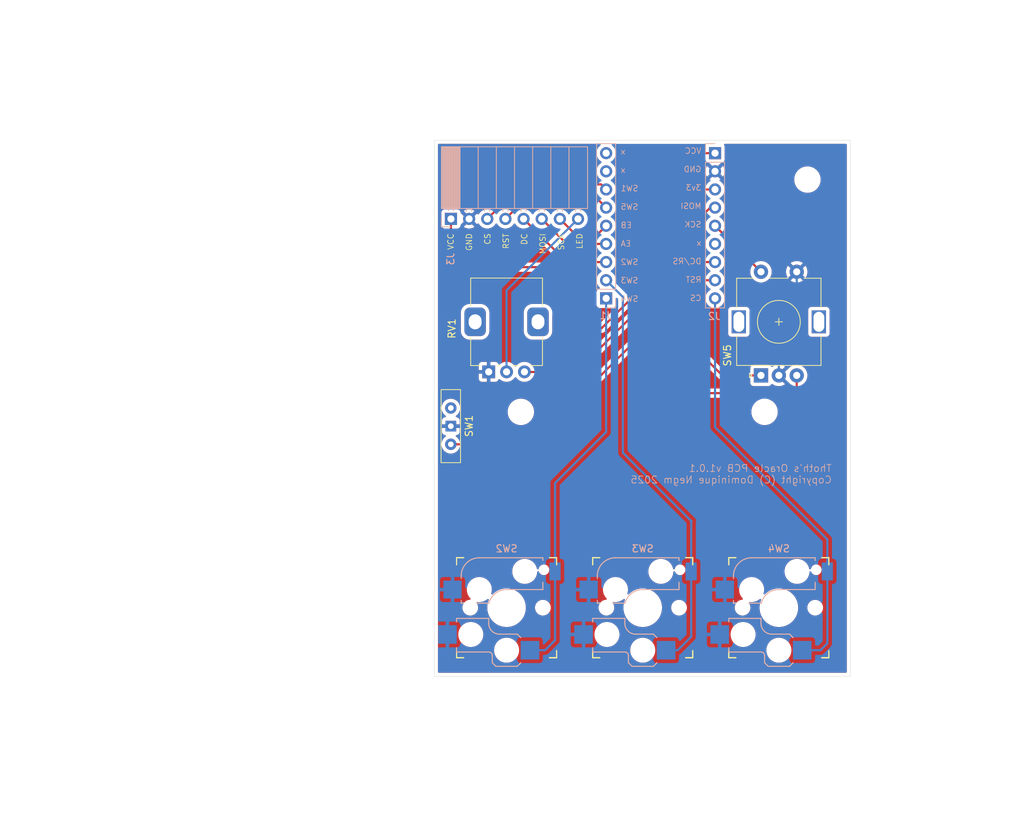
<source format=kicad_pcb>
(kicad_pcb (version 20241229) (generator "pcbnew") (generator_version "9.0")
  (layers (0 "F.Cu" signal) (2 "B.Cu" signal) (13 "F.Paste" user) (15 "B.Paste" user) (5 "F.SilkS" user "F.Silkscreen") (7 "B.SilkS" user "B.Silkscreen") (1 "F.Mask" user) (3 "B.Mask" user) (25 "Edge.Cuts" user))
  (net 0 "")
  (net 1 "GND")
  (net 2 "+5V")
  (net 4 "P5")
  (net 5 "P2")
  (net 6 "RX")
  (net 7 "TX")
  (net 8 "3v3")
  (net 9 "P3")
  (net 10 "P4")
  (net 11 "P7")
  (net 12 "P1")
  (net 13 "P8")
  (net 14 "P13")
  (net 15 "P11")
  (net 16 "P12")
  (net 17 "P9")
  (net 18 "P10")
  (net 19 "P6")
  (net 20 "LED")
  (footprint "MountingHole:MountingHole_3.2mm_M3" (layer "F.Cu") (at 173.9 70)
    (property "Reference" "REF**" (hide yes))
    (property "Value" "MountingHole_3.2mm_M3")
    (pad "" np_thru_hole circle (at 0 0) (size 3.2 3.2) (drill 3.2) (layers "*.Cu" "*.Mask"))
  )
  (footprint "MountingHole:MountingHole_3.2mm_M3" (layer "F.Cu") (at 208 70)
    (property "Reference" "REF**" (hide yes))
    (property "Value" "MountingHole_3.2mm_M3")
    (pad "" np_thru_hole circle (at 0 0) (size 3.2 3.2) (drill 3.2) (layers "*.Cu" "*.Mask"))
  )
  (footprint "MountingHole:MountingHole_3.2mm_M3" (layer "F.Cu") (at 214 37.5)
    (property "Reference" "REF**" (hide yes))
    (property "Value" "MountingHole_3.2mm_M3")
    (pad "" np_thru_hole circle (at 0 0) (size 3.2 3.2) (drill 3.2) (layers "*.Cu" "*.Mask"))
  )
  (footprint "keyswitches:Kailh_socket_MX_PG1350" (layer "F.Cu") (at 210 97.4)
    (property "Reference" "SW4" (at 0 -8.255 0) (layer "B.SilkS") (effects (justify mirror)))
    (property "Value" "Next")
    (fp_line (start -7 -6) (end -7 -7) (stroke (width 0.15)) (layer "F.SilkS"))
    (fp_line (start -7 -6) (end -7 -7) (stroke (width 0.15)) (layer "F.SilkS"))
    (fp_line (start -7 7) (end -7 6) (stroke (width 0.15)) (layer "F.SilkS"))
    (fp_line (start -7 7) (end -7 6) (stroke (width 0.15)) (layer "F.SilkS"))
    (fp_line (start -7 7) (end -6 7) (stroke (width 0.15)) (layer "F.SilkS"))
    (fp_line (start -7 7) (end -6 7) (stroke (width 0.15)) (layer "F.SilkS"))
    (fp_line (start -6 -7) (end -7 -7) (stroke (width 0.15)) (layer "F.SilkS"))
    (fp_line (start -6 -7) (end -7 -7) (stroke (width 0.15)) (layer "F.SilkS"))
    (fp_line (start 6 7) (end 7 7) (stroke (width 0.15)) (layer "F.SilkS"))
    (fp_line (start 6 7) (end 7 7) (stroke (width 0.15)) (layer "F.SilkS"))
    (fp_line (start 7 -7) (end 6 -7) (stroke (width 0.15)) (layer "F.SilkS"))
    (fp_line (start 7 -7) (end 6 -7) (stroke (width 0.15)) (layer "F.SilkS"))
    (fp_line (start 7 -7) (end 7 -6) (stroke (width 0.15)) (layer "F.SilkS"))
    (fp_line (start 7 -7) (end 7 -6) (stroke (width 0.15)) (layer "F.SilkS"))
    (fp_line (start 7 6) (end 7 7) (stroke (width 0.15)) (layer "F.SilkS"))
    (fp_line (start 7 6) (end 7 7) (stroke (width 0.15)) (layer "F.SilkS"))
    (fp_line (start 7 7) (end 6 7) (stroke (width 0.15)) (layer "F.SilkS"))
    (fp_line (start -7 1.5) (end -7 2) (stroke (width 0.15)) (layer "B.SilkS"))
    (fp_line (start -7 5.6) (end -7 6.2) (stroke (width 0.15)) (layer "B.SilkS"))
    (fp_line (start -7 6.2) (end -2.5 6.2) (stroke (width 0.15)) (layer "B.SilkS"))
    (fp_line (start -6.35 -4.445) (end -6.35 -4.064) (stroke (width 0.15)) (layer "B.SilkS"))
    (fp_line (start -6.35 -1.016) (end -6.35 -0.635) (stroke (width 0.15)) (layer "B.SilkS"))
    (fp_line (start -5.969 -0.635) (end -6.35 -0.635) (stroke (width 0.15)) (layer "B.SilkS"))
    (fp_line (start -3.81 -6.985) (end 5.08 -6.985) (stroke (width 0.15)) (layer "B.SilkS"))
    (fp_line (start -2.5 1.5) (end -7 1.5) (stroke (width 0.15)) (layer "B.SilkS"))
    (fp_line (start -2.5 2.2) (end -2.5 1.5) (stroke (width 0.15)) (layer "B.SilkS"))
    (fp_line (start -2.464162 -0.635) (end -4.191 -0.635) (stroke (width 0.15)) (layer "B.SilkS"))
    (fp_line (start -2 6.7) (end -2 7.7) (stroke (width 0.15)) (layer "B.SilkS"))
    (fp_line (start -1.5 8.2) (end -2 7.7) (stroke (width 0.15)) (layer "B.SilkS"))
    (fp_line (start 1.5 3.7) (end -1 3.7) (stroke (width 0.15)) (layer "B.SilkS"))
    (fp_line (start 1.5 8.2) (end -1.5 8.2) (stroke (width 0.15)) (layer "B.SilkS"))
    (fp_line (start 2 4.2) (end 1.5 3.7) (stroke (width 0.15)) (layer "B.SilkS"))
    (fp_line (start 2 7.7) (end 1.5 8.2) (stroke (width 0.15)) (layer "B.SilkS"))
    (fp_line (start 5.08 -6.985) (end 5.08 -6.604) (stroke (width 0.15)) (layer "B.SilkS"))
    (fp_line (start 5.08 -3.556) (end 5.08 -2.54) (stroke (width 0.15)) (layer "B.SilkS"))
    (fp_line (start 5.08 -2.54) (end 0 -2.54) (stroke (width 0.15)) (layer "B.SilkS"))
    (fp_arc (start -6.35 -4.445) (mid -5.606051 -6.241051) (end -3.81 -6.985) (stroke (width 0.15)) (layer "B.SilkS"))
    (fp_arc (start -2.5 6.2) (mid -2.146447 6.346447) (end -2 6.7) (stroke (width 0.15)) (layer "B.SilkS"))
    (fp_arc (start -2.464162 -0.61604) (mid -1.563147 -2.002042) (end 0 -2.54) (stroke (width 0.15)) (layer "B.SilkS"))
    (fp_arc (start -1 3.7) (mid -2.06066 3.26066) (end -2.5 2.2) (stroke (width 0.15)) (layer "B.SilkS"))
    (pad "" np_thru_hole circle (at -5.08 0) (size 1.7018 1.7018) (drill 1.7018) (layers "*.Cu" "*.Mask"))
    (pad "" np_thru_hole circle (at -5 3.75) (size 3 3) (drill 3) (layers "*.Cu" "*.Mask"))
    (pad "" np_thru_hole circle (at -3.81 -2.54) (size 3 3) (drill 3) (layers "*.Cu" "*.Mask"))
    (pad "" np_thru_hole circle (at 0 0) (size 4.9 4.9) (drill 4.9) (layers "*.Cu" "*.Mask"))
    (pad "" np_thru_hole circle (at 0 5.95) (size 3 3) (drill 3) (layers "*.Cu" "*.Mask"))
    (pad "" np_thru_hole circle (at 2.54 -5.08) (size 3 3) (drill 3) (layers "*.Cu" "*.Mask"))
    (pad "" np_thru_hole circle (at 5.08 0) (size 1.7018 1.7018) (drill 1.7018) (layers "*.Cu" "*.Mask"))
    (pad "" np_thru_hole circle (at 5.22 -5.3) (size 0.9906 0.9906) (drill 0.9906) (layers "*.Cu" "*.Mask"))
    (pad "1" smd rect (at 3.275 5.95) (size 2.6 2.6) (layers "B.Cu" "B.Mask" "B.Paste") (net 19 "P6"))
    (pad "1" smd rect (at 6.7825 -5.08) (size 1.565 2.5) (layers "B.Cu" "B.Mask" "B.Paste") (net 19 "P6"))
    (pad "2" smd rect (at -8.275 3.75) (size 2.6 2.6) (layers "B.Cu" "B.Mask" "B.Paste") (net 1 "GND"))
    (pad "2" smd rect (at -7.56 -2.54) (size 2.55 2.5) (layers "B.Cu" "B.Mask" "B.Paste") (net 1 "GND"))
  )
  (footprint "Potentiometer_THT:Potentiometer_Alps_RK09K_Single_Vertical" (layer "F.Cu") (at 169.4 64.4 90)
    (property "Reference" "RV1" (at 6.05 -5.15 90) (layer "F.SilkS"))
    (property "Value" "R_Potentiometer")
    (fp_line (start 13.12 -2.521) (end 13.12 7.52) (stroke (width 0.12)) (layer "F.SilkS"))
    (fp_line (start 9.184 -2.521) (end 13.12 -2.521) (stroke (width 0.12)) (layer "F.SilkS"))
    (fp_line (start 0.88 -2.521) (end 4.817 -2.521) (stroke (width 0.12)) (layer "F.SilkS"))
    (fp_line (start 0.88 -2.521) (end 0.88 -1.2) (stroke (width 0.12)) (layer "F.SilkS"))
    (fp_line (start 0.88 1.25) (end 0.88 1.63) (stroke (width 0.12)) (layer "F.SilkS"))
    (fp_line (start 0.88 3.371) (end 0.88 4.13) (stroke (width 0.12)) (layer "F.SilkS"))
    (fp_line (start 0.88 5.87) (end 0.88 7.52) (stroke (width 0.12)) (layer "F.SilkS"))
    (fp_line (start 9.184 7.52) (end 13.12 7.52) (stroke (width 0.12)) (layer "F.SilkS"))
    (fp_line (start 0.88 7.52) (end 4.817 7.52) (stroke (width 0.12)) (layer "F.SilkS"))
    (pad "1" thru_hole rect (at 0 0 90) (size 1.8 1.8) (drill 1) (layers "*.Cu" "*.Mask") (net 1 "GND"))
    (pad "2" thru_hole circle (at 0 2.5 90) (size 1.8 1.8) (drill 1) (layers "*.Cu" "*.Mask") (net 20 "LED"))
    (pad "3" thru_hole circle (at 0 5 90) (size 1.8 1.8) (drill 1) (layers "*.Cu" "*.Mask") (net 8 "3v3"))
    (pad "MP" thru_hole roundrect (at 7 -1.9 90) (size 4 3) (drill oval 2.1 1.8) (layers "*.Cu" "*.Mask"))
    (pad "MP" thru_hole roundrect (at 7 6.9 90) (size 4 3) (drill oval 2.1 1.8) (layers "*.Cu" "*.Mask"))
  )
  (footprint "keyswitches:Kailh_socket_MX_PG1350" (layer "F.Cu") (at 190.95 97.4)
    (property "Reference" "SW3" (at 0 -8.255 0) (layer "B.SilkS") (effects (justify mirror)))
    (property "Value" "Play/Pause")
    (fp_line (start -7 -6) (end -7 -7) (stroke (width 0.15)) (layer "F.SilkS"))
    (fp_line (start -7 -6) (end -7 -7) (stroke (width 0.15)) (layer "F.SilkS"))
    (fp_line (start -7 7) (end -7 6) (stroke (width 0.15)) (layer "F.SilkS"))
    (fp_line (start -7 7) (end -7 6) (stroke (width 0.15)) (layer "F.SilkS"))
    (fp_line (start -7 7) (end -6 7) (stroke (width 0.15)) (layer "F.SilkS"))
    (fp_line (start -7 7) (end -6 7) (stroke (width 0.15)) (layer "F.SilkS"))
    (fp_line (start -6 -7) (end -7 -7) (stroke (width 0.15)) (layer "F.SilkS"))
    (fp_line (start -6 -7) (end -7 -7) (stroke (width 0.15)) (layer "F.SilkS"))
    (fp_line (start 6 7) (end 7 7) (stroke (width 0.15)) (layer "F.SilkS"))
    (fp_line (start 6 7) (end 7 7) (stroke (width 0.15)) (layer "F.SilkS"))
    (fp_line (start 7 -7) (end 6 -7) (stroke (width 0.15)) (layer "F.SilkS"))
    (fp_line (start 7 -7) (end 6 -7) (stroke (width 0.15)) (layer "F.SilkS"))
    (fp_line (start 7 -7) (end 7 -6) (stroke (width 0.15)) (layer "F.SilkS"))
    (fp_line (start 7 -7) (end 7 -6) (stroke (width 0.15)) (layer "F.SilkS"))
    (fp_line (start 7 6) (end 7 7) (stroke (width 0.15)) (layer "F.SilkS"))
    (fp_line (start 7 6) (end 7 7) (stroke (width 0.15)) (layer "F.SilkS"))
    (fp_line (start 7 7) (end 6 7) (stroke (width 0.15)) (layer "F.SilkS"))
    (fp_line (start -7 1.5) (end -7 2) (stroke (width 0.15)) (layer "B.SilkS"))
    (fp_line (start -7 5.6) (end -7 6.2) (stroke (width 0.15)) (layer "B.SilkS"))
    (fp_line (start -7 6.2) (end -2.5 6.2) (stroke (width 0.15)) (layer "B.SilkS"))
    (fp_line (start -6.35 -4.445) (end -6.35 -4.064) (stroke (width 0.15)) (layer "B.SilkS"))
    (fp_line (start -6.35 -1.016) (end -6.35 -0.635) (stroke (width 0.15)) (layer "B.SilkS"))
    (fp_line (start -5.969 -0.635) (end -6.35 -0.635) (stroke (width 0.15)) (layer "B.SilkS"))
    (fp_line (start -3.81 -6.985) (end 5.08 -6.985) (stroke (width 0.15)) (layer "B.SilkS"))
    (fp_line (start -2.5 1.5) (end -7 1.5) (stroke (width 0.15)) (layer "B.SilkS"))
    (fp_line (start -2.5 2.2) (end -2.5 1.5) (stroke (width 0.15)) (layer "B.SilkS"))
    (fp_line (start -2.464162 -0.635) (end -4.191 -0.635) (stroke (width 0.15)) (layer "B.SilkS"))
    (fp_line (start -2 6.7) (end -2 7.7) (stroke (width 0.15)) (layer "B.SilkS"))
    (fp_line (start -1.5 8.2) (end -2 7.7) (stroke (width 0.15)) (layer "B.SilkS"))
    (fp_line (start 1.5 3.7) (end -1 3.7) (stroke (width 0.15)) (layer "B.SilkS"))
    (fp_line (start 1.5 8.2) (end -1.5 8.2) (stroke (width 0.15)) (layer "B.SilkS"))
    (fp_line (start 2 4.2) (end 1.5 3.7) (stroke (width 0.15)) (layer "B.SilkS"))
    (fp_line (start 2 7.7) (end 1.5 8.2) (stroke (width 0.15)) (layer "B.SilkS"))
    (fp_line (start 5.08 -6.985) (end 5.08 -6.604) (stroke (width 0.15)) (layer "B.SilkS"))
    (fp_line (start 5.08 -3.556) (end 5.08 -2.54) (stroke (width 0.15)) (layer "B.SilkS"))
    (fp_line (start 5.08 -2.54) (end 0 -2.54) (stroke (width 0.15)) (layer "B.SilkS"))
    (fp_arc (start -6.35 -4.445) (mid -5.606051 -6.241051) (end -3.81 -6.985) (stroke (width 0.15)) (layer "B.SilkS"))
    (fp_arc (start -2.5 6.2) (mid -2.146447 6.346447) (end -2 6.7) (stroke (width 0.15)) (layer "B.SilkS"))
    (fp_arc (start -2.464162 -0.61604) (mid -1.563147 -2.002042) (end 0 -2.54) (stroke (width 0.15)) (layer "B.SilkS"))
    (fp_arc (start -1 3.7) (mid -2.06066 3.26066) (end -2.5 2.2) (stroke (width 0.15)) (layer "B.SilkS"))
    (pad "" np_thru_hole circle (at -5.08 0) (size 1.7018 1.7018) (drill 1.7018) (layers "*.Cu" "*.Mask"))
    (pad "" np_thru_hole circle (at -5 3.75) (size 3 3) (drill 3) (layers "*.Cu" "*.Mask"))
    (pad "" np_thru_hole circle (at -3.81 -2.54) (size 3 3) (drill 3) (layers "*.Cu" "*.Mask"))
    (pad "" np_thru_hole circle (at 0 0) (size 4.9 4.9) (drill 4.9) (layers "*.Cu" "*.Mask"))
    (pad "" np_thru_hole circle (at 0 5.95) (size 3 3) (drill 3) (layers "*.Cu" "*.Mask"))
    (pad "" np_thru_hole circle (at 2.54 -5.08) (size 3 3) (drill 3) (layers "*.Cu" "*.Mask"))
    (pad "" np_thru_hole circle (at 5.08 0) (size 1.7018 1.7018) (drill 1.7018) (layers "*.Cu" "*.Mask"))
    (pad "" np_thru_hole circle (at 5.22 -5.3) (size 0.9906 0.9906) (drill 0.9906) (layers "*.Cu" "*.Mask"))
    (pad "1" smd rect (at 3.275 5.95) (size 2.6 2.6) (layers "B.Cu" "B.Mask" "B.Paste") (net 13 "P8"))
    (pad "1" smd rect (at 6.7825 -5.08) (size 1.565 2.5) (layers "B.Cu" "B.Mask" "B.Paste") (net 13 "P8"))
    (pad "2" smd rect (at -8.275 3.75) (size 2.6 2.6) (layers "B.Cu" "B.Mask" "B.Paste") (net 1 "GND"))
    (pad "2" smd rect (at -7.56 -2.54) (size 2.55 2.5) (layers "B.Cu" "B.Mask" "B.Paste") (net 1 "GND"))
  )
  (footprint "Rotary_Encoder:RotaryEncoder_Alps_EC11E-Switch_Vertical_H20mm" (layer "F.Cu") (at 207.5 64.9 90)
    (property "Reference" "SW5" (at 2.8 -4.7 90) (layer "F.SilkS"))
    (property "Value" "RotaryEncoder_Switch")
    (fp_line (start 13.6 -3.4) (end 13.6 -1) (stroke (width 0.12)) (layer "F.SilkS"))
    (fp_line (start 9.5 -3.4) (end 13.6 -3.4) (stroke (width 0.12)) (layer "F.SilkS"))
    (fp_line (start 5.5 -3.4) (end 1.4 -3.4) (stroke (width 0.12)) (layer "F.SilkS"))
    (fp_line (start 1.4 -3.4) (end 1.4 8.4) (stroke (width 0.12)) (layer "F.SilkS"))
    (fp_line (start 0.3 -1.6) (end 0 -1.3) (stroke (width 0.12)) (layer "F.SilkS"))
    (fp_line (start -0.3 -1.6) (end 0.3 -1.6) (stroke (width 0.12)) (layer "F.SilkS"))
    (fp_line (start 0 -1.3) (end -0.3 -1.6) (stroke (width 0.12)) (layer "F.SilkS"))
    (fp_line (start 13.6 1.2) (end 13.6 3.8) (stroke (width 0.12)) (layer "F.SilkS"))
    (fp_line (start 7.5 2) (end 7.5 3) (stroke (width 0.12)) (layer "F.SilkS"))
    (fp_line (start 7 2.5) (end 8 2.5) (stroke (width 0.12)) (layer "F.SilkS"))
    (fp_line (start 13.6 6) (end 13.6 8.4) (stroke (width 0.12)) (layer "F.SilkS"))
    (fp_line (start 13.6 8.4) (end 9.5 8.4) (stroke (width 0.12)) (layer "F.SilkS"))
    (fp_line (start 5.5 8.4) (end 1.4 8.4) (stroke (width 0.12)) (layer "F.SilkS"))
    (fp_circle (center 7.5 2.5) (end 10.5 2.5) (stroke (width 0.12)) (fill no) (layer "F.SilkS"))
    (pad "A" thru_hole rect (at 0 0 90) (size 2 2) (drill 1) (layers "*.Cu" "*.Mask") (net 4 "P5"))
    (pad "B" thru_hole circle (at 0 5 90) (size 2 2) (drill 1) (layers "*.Cu" "*.Mask") (net 10 "P4"))
    (pad "C" thru_hole circle (at 0 2.5 90) (size 2 2) (drill 1) (layers "*.Cu" "*.Mask") (net 1 "GND"))
    (pad "MP" thru_hole rect (at 7.5 -3.1 90) (size 3.2 2) (drill oval 2.8 1.5) (layers "*.Cu" "*.Mask"))
    (pad "MP" thru_hole rect (at 7.5 8.1 90) (size 3.2 2) (drill oval 2.8 1.5) (layers "*.Cu" "*.Mask"))
    (pad "S1" thru_hole circle (at 14.5 5 90) (size 2 2) (drill 1) (layers "*.Cu" "*.Mask") (net 1 "GND"))
    (pad "S2" thru_hole circle (at 14.5 0 90) (size 2 2) (drill 1) (layers "*.Cu" "*.Mask") (net 5 "P2"))
  )
  (footprint "Button_Switch_THT:SW_Slide-03_Wuerth-WS-SLTV_10x2.5x6.4_P2.54mm" (layer "F.Cu") (at 164.1 72 90)
    (property "Reference" "SW1" (at 0.02 2.55 90) (layer "F.SilkS"))
    (property "Value" "Orientation")
    (fp_rect (start -5.11 -1.36) (end 5.11 1.36) (stroke (width 0.12)) (fill no) (layer "F.SilkS"))
    (pad "1" thru_hole rect (at 0 0 90) (size 1.5 1.5) (drill 0.8) (layers "*.Cu" "*.Mask") (net 1 "GND"))
    (pad "2" thru_hole circle (at -2.54 0 90) (size 1.6 1.6) (drill 0.8) (layers "*.Cu" "*.Mask") (net 12 "P1"))
    (pad "3" thru_hole circle (at 2.54 0 90) (size 1.6 1.6) (drill 0.8) (layers "*.Cu" "*.Mask"))
  )
  (footprint "keyswitches:Kailh_socket_MX_PG1350" (layer "F.Cu") (at 171.9 97.4)
    (property "Reference" "SW2" (at 0 -8.255 0) (layer "B.SilkS") (effects (justify mirror)))
    (property "Value" "Prev")
    (fp_line (start -7 -6) (end -7 -7) (stroke (width 0.15)) (layer "F.SilkS"))
    (fp_line (start -7 -6) (end -7 -7) (stroke (width 0.15)) (layer "F.SilkS"))
    (fp_line (start -7 7) (end -7 6) (stroke (width 0.15)) (layer "F.SilkS"))
    (fp_line (start -7 7) (end -7 6) (stroke (width 0.15)) (layer "F.SilkS"))
    (fp_line (start -7 7) (end -6 7) (stroke (width 0.15)) (layer "F.SilkS"))
    (fp_line (start -7 7) (end -6 7) (stroke (width 0.15)) (layer "F.SilkS"))
    (fp_line (start -6 -7) (end -7 -7) (stroke (width 0.15)) (layer "F.SilkS"))
    (fp_line (start -6 -7) (end -7 -7) (stroke (width 0.15)) (layer "F.SilkS"))
    (fp_line (start 6 7) (end 7 7) (stroke (width 0.15)) (layer "F.SilkS"))
    (fp_line (start 6 7) (end 7 7) (stroke (width 0.15)) (layer "F.SilkS"))
    (fp_line (start 7 -7) (end 6 -7) (stroke (width 0.15)) (layer "F.SilkS"))
    (fp_line (start 7 -7) (end 6 -7) (stroke (width 0.15)) (layer "F.SilkS"))
    (fp_line (start 7 -7) (end 7 -6) (stroke (width 0.15)) (layer "F.SilkS"))
    (fp_line (start 7 -7) (end 7 -6) (stroke (width 0.15)) (layer "F.SilkS"))
    (fp_line (start 7 6) (end 7 7) (stroke (width 0.15)) (layer "F.SilkS"))
    (fp_line (start 7 6) (end 7 7) (stroke (width 0.15)) (layer "F.SilkS"))
    (fp_line (start 7 7) (end 6 7) (stroke (width 0.15)) (layer "F.SilkS"))
    (fp_line (start -7 1.5) (end -7 2) (stroke (width 0.15)) (layer "B.SilkS"))
    (fp_line (start -7 5.6) (end -7 6.2) (stroke (width 0.15)) (layer "B.SilkS"))
    (fp_line (start -7 6.2) (end -2.5 6.2) (stroke (width 0.15)) (layer "B.SilkS"))
    (fp_line (start -6.35 -4.445) (end -6.35 -4.064) (stroke (width 0.15)) (layer "B.SilkS"))
    (fp_line (start -6.35 -1.016) (end -6.35 -0.635) (stroke (width 0.15)) (layer "B.SilkS"))
    (fp_line (start -5.969 -0.635) (end -6.35 -0.635) (stroke (width 0.15)) (layer "B.SilkS"))
    (fp_line (start -3.81 -6.985) (end 5.08 -6.985) (stroke (width 0.15)) (layer "B.SilkS"))
    (fp_line (start -2.5 1.5) (end -7 1.5) (stroke (width 0.15)) (layer "B.SilkS"))
    (fp_line (start -2.5 2.2) (end -2.5 1.5) (stroke (width 0.15)) (layer "B.SilkS"))
    (fp_line (start -2.464162 -0.635) (end -4.191 -0.635) (stroke (width 0.15)) (layer "B.SilkS"))
    (fp_line (start -2 6.7) (end -2 7.7) (stroke (width 0.15)) (layer "B.SilkS"))
    (fp_line (start -1.5 8.2) (end -2 7.7) (stroke (width 0.15)) (layer "B.SilkS"))
    (fp_line (start 1.5 3.7) (end -1 3.7) (stroke (width 0.15)) (layer "B.SilkS"))
    (fp_line (start 1.5 8.2) (end -1.5 8.2) (stroke (width 0.15)) (layer "B.SilkS"))
    (fp_line (start 2 4.2) (end 1.5 3.7) (stroke (width 0.15)) (layer "B.SilkS"))
    (fp_line (start 2 7.7) (end 1.5 8.2) (stroke (width 0.15)) (layer "B.SilkS"))
    (fp_line (start 5.08 -6.985) (end 5.08 -6.604) (stroke (width 0.15)) (layer "B.SilkS"))
    (fp_line (start 5.08 -3.556) (end 5.08 -2.54) (stroke (width 0.15)) (layer "B.SilkS"))
    (fp_line (start 5.08 -2.54) (end 0 -2.54) (stroke (width 0.15)) (layer "B.SilkS"))
    (fp_arc (start -6.35 -4.445) (mid -5.606051 -6.241051) (end -3.81 -6.985) (stroke (width 0.15)) (layer "B.SilkS"))
    (fp_arc (start -2.5 6.2) (mid -2.146447 6.346447) (end -2 6.7) (stroke (width 0.15)) (layer "B.SilkS"))
    (fp_arc (start -2.464162 -0.61604) (mid -1.563147 -2.002042) (end 0 -2.54) (stroke (width 0.15)) (layer "B.SilkS"))
    (fp_arc (start -1 3.7) (mid -2.06066 3.26066) (end -2.5 2.2) (stroke (width 0.15)) (layer "B.SilkS"))
    (pad "" np_thru_hole circle (at -5.08 0) (size 1.7018 1.7018) (drill 1.7018) (layers "*.Cu" "*.Mask"))
    (pad "" np_thru_hole circle (at -5 3.75) (size 3 3) (drill 3) (layers "*.Cu" "*.Mask"))
    (pad "" np_thru_hole circle (at -3.81 -2.54) (size 3 3) (drill 3) (layers "*.Cu" "*.Mask"))
    (pad "" np_thru_hole circle (at 0 0) (size 4.9 4.9) (drill 4.9) (layers "*.Cu" "*.Mask"))
    (pad "" np_thru_hole circle (at 0 5.95) (size 3 3) (drill 3) (layers "*.Cu" "*.Mask"))
    (pad "" np_thru_hole circle (at 2.54 -5.08) (size 3 3) (drill 3) (layers "*.Cu" "*.Mask"))
    (pad "" np_thru_hole circle (at 5.08 0) (size 1.7018 1.7018) (drill 1.7018) (layers "*.Cu" "*.Mask"))
    (pad "" np_thru_hole circle (at 5.22 -5.3) (size 0.9906 0.9906) (drill 0.9906) (layers "*.Cu" "*.Mask"))
    (pad "1" smd rect (at 3.275 5.95) (size 2.6 2.6) (layers "B.Cu" "B.Mask" "B.Paste") (net 11 "P7"))
    (pad "1" smd rect (at 6.7825 -5.08) (size 1.565 2.5) (layers "B.Cu" "B.Mask" "B.Paste") (net 11 "P7"))
    (pad "2" smd rect (at -8.275 3.75) (size 2.6 2.6) (layers "B.Cu" "B.Mask" "B.Paste") (net 1 "GND"))
    (pad "2" smd rect (at -7.56 -2.54) (size 2.55 2.5) (layers "B.Cu" "B.Mask" "B.Paste") (net 1 "GND"))
  )
  (footprint "Connector_PinSocket_2.54mm:PinSocket_1x08_P2.54mm_Horizontal" (layer "B.Cu") (at 164.12 43 -90)
    (property "Reference" "J3" (at 5.61 0.04 90) (layer "B.SilkS") (effects (justify mirror)))
    (property "Value" "Display")
    (fp_line (start -10.09 1.33) (end -1.46 1.33) (stroke (width 0.12)) (layer "B.SilkS"))
    (fp_line (start -10.09 1.33) (end -10.09 -19.11) (stroke (width 0.12)) (layer "B.SilkS"))
    (fp_line (start -1.46 1.33) (end -1.46 -19.11) (stroke (width 0.12)) (layer "B.SilkS"))
    (fp_line (start 0 1.33) (end 1.11 1.33) (stroke (width 0.12)) (layer "B.SilkS"))
    (fp_line (start 1.11 1.33) (end 1.11 0) (stroke (width 0.12)) (layer "B.SilkS"))
    (fp_line (start -10.09 1.21) (end -1.46 1.21) (stroke (width 0.12)) (layer "B.SilkS"))
    (fp_line (start -10.09 1.091905) (end -1.46 1.091905) (stroke (width 0.12)) (layer "B.SilkS"))
    (fp_line (start -10.09 0.97381) (end -1.46 0.97381) (stroke (width 0.12)) (layer "B.SilkS"))
    (fp_line (start -10.09 0.855715) (end -1.46 0.855715) (stroke (width 0.12)) (layer "B.SilkS"))
    (fp_line (start -10.09 0.73762) (end -1.46 0.73762) (stroke (width 0.12)) (layer "B.SilkS"))
    (fp_line (start -10.09 0.619525) (end -1.46 0.619525) (stroke (width 0.12)) (layer "B.SilkS"))
    (fp_line (start -10.09 0.50143) (end -1.46 0.50143) (stroke (width 0.12)) (layer "B.SilkS"))
    (fp_line (start -10.09 0.383335) (end -1.46 0.383335) (stroke (width 0.12)) (layer "B.SilkS"))
    (fp_line (start -1.46 0.36) (end -1.11 0.36) (stroke (width 0.12)) (layer "B.SilkS"))
    (fp_line (start -10.09 0.26524) (end -1.46 0.26524) (stroke (width 0.12)) (layer "B.SilkS"))
    (fp_line (start -10.09 0.147145) (end -1.46 0.147145) (stroke (width 0.12)) (layer "B.SilkS"))
    (fp_line (start -10.09 0.02905) (end -1.46 0.02905) (stroke (width 0.12)) (layer "B.SilkS"))
    (fp_line (start -10.09 -0.089045) (end -1.46 -0.089045) (stroke (width 0.12)) (layer "B.SilkS"))
    (fp_line (start -10.09 -0.20714) (end -1.46 -0.20714) (stroke (width 0.12)) (layer "B.SilkS"))
    (fp_line (start -10.09 -0.325235) (end -1.46 -0.325235) (stroke (width 0.12)) (layer "B.SilkS"))
    (fp_line (start -1.46 -0.36) (end -1.11 -0.36) (stroke (width 0.12)) (layer "B.SilkS"))
    (fp_line (start -10.09 -0.44333) (end -1.46 -0.44333) (stroke (width 0.12)) (layer "B.SilkS"))
    (fp_line (start -10.09 -0.561425) (end -1.46 -0.561425) (stroke (width 0.12)) (layer "B.SilkS"))
    (fp_line (start -10.09 -0.67952) (end -1.46 -0.67952) (stroke (width 0.12)) (layer "B.SilkS"))
    (fp_line (start -10.09 -0.797615) (end -1.46 -0.797615) (stroke (width 0.12)) (layer "B.SilkS"))
    (fp_line (start -10.09 -0.91571) (end -1.46 -0.91571) (stroke (width 0.12)) (layer "B.SilkS"))
    (fp_line (start -10.09 -1.033805) (end -1.46 -1.033805) (stroke (width 0.12)) (layer "B.SilkS"))
    (fp_line (start -10.09 -1.1519) (end -1.46 -1.1519) (stroke (width 0.12)) (layer "B.SilkS"))
    (fp_line (start -10.09 -1.27) (end -1.46 -1.27) (stroke (width 0.12)) (layer "B.SilkS"))
    (fp_line (start -1.46 -2.18) (end -1.05 -2.18) (stroke (width 0.12)) (layer "B.SilkS"))
    (fp_line (start -1.46 -2.9) (end -1.05 -2.9) (stroke (width 0.12)) (layer "B.SilkS"))
    (fp_line (start -10.09 -3.81) (end -1.46 -3.81) (stroke (width 0.12)) (layer "B.SilkS"))
    (fp_line (start -1.46 -4.72) (end -1.05 -4.72) (stroke (width 0.12)) (layer "B.SilkS"))
    (fp_line (start -1.46 -5.44) (end -1.05 -5.44) (stroke (width 0.12)) (layer "B.SilkS"))
    (fp_line (start -10.09 -6.35) (end -1.46 -6.35) (stroke (width 0.12)) (layer "B.SilkS"))
    (fp_line (start -1.46 -7.26) (end -1.05 -7.26) (stroke (width 0.12)) (layer "B.SilkS"))
    (fp_line (start -1.46 -7.98) (end -1.05 -7.98) (stroke (width 0.12)) (layer "B.SilkS"))
    (fp_line (start -10.09 -8.89) (end -1.46 -8.89) (stroke (width 0.12)) (layer "B.SilkS"))
    (fp_line (start -1.46 -9.8) (end -1.05 -9.8) (stroke (width 0.12)) (layer "B.SilkS"))
    (fp_line (start -1.46 -10.52) (end -1.05 -10.52) (stroke (width 0.12)) (layer "B.SilkS"))
    (fp_line (start -10.09 -11.43) (end -1.46 -11.43) (stroke (width 0.12)) (layer "B.SilkS"))
    (fp_line (start -1.46 -12.34) (end -1.05 -12.34) (stroke (width 0.12)) (layer "B.SilkS"))
    (fp_line (start -1.46 -13.06) (end -1.05 -13.06) (stroke (width 0.12)) (layer "B.SilkS"))
    (fp_line (start -10.09 -13.97) (end -1.46 -13.97) (stroke (width 0.12)) (layer "B.SilkS"))
    (fp_line (start -1.46 -14.88) (end -1.05 -14.88) (stroke (width 0.12)) (layer "B.SilkS"))
    (fp_line (start -1.46 -15.6) (end -1.05 -15.6) (stroke (width 0.12)) (layer "B.SilkS"))
    (fp_line (start -10.09 -16.51) (end -1.46 -16.51) (stroke (width 0.12)) (layer "B.SilkS"))
    (fp_line (start -1.46 -17.42) (end -1.05 -17.42) (stroke (width 0.12)) (layer "B.SilkS"))
    (fp_line (start -1.46 -18.14) (end -1.05 -18.14) (stroke (width 0.12)) (layer "B.SilkS"))
    (fp_line (start -10.09 -19.11) (end -1.46 -19.11) (stroke (width 0.12)) (layer "B.SilkS"))
    (pad "1" thru_hole rect (at 0 0 270) (size 1.7 1.7) (drill 1) (layers "*.Cu" "*.Mask") (net 2 "+5V"))
    (pad "2" thru_hole circle (at 0 -2.54 270) (size 1.7 1.7) (drill 1) (layers "*.Cu" "*.Mask") (net 1 "GND"))
    (pad "3" thru_hole circle (at 0 -5.08 270) (size 1.7 1.7) (drill 1) (layers "*.Cu" "*.Mask") (net 14 "P13"))
    (pad "4" thru_hole circle (at 0 -7.62 270) (size 1.7 1.7) (drill 1) (layers "*.Cu" "*.Mask") (net 16 "P12"))
    (pad "5" thru_hole circle (at 0 -10.16 270) (size 1.7 1.7) (drill 1) (layers "*.Cu" "*.Mask") (net 17 "P9"))
    (pad "6" thru_hole circle (at 0 -12.7 270) (size 1.7 1.7) (drill 1) (layers "*.Cu" "*.Mask") (net 18 "P10"))
    (pad "7" thru_hole circle (at 0 -15.24 270) (size 1.7 1.7) (drill 1) (layers "*.Cu" "*.Mask") (net 15 "P11"))
    (pad "8" thru_hole circle (at 0 -17.78 270) (size 1.7 1.7) (drill 1) (layers "*.Cu" "*.Mask") (net 20 "LED"))
  )
  (footprint "Connector_PinSocket_2.54mm:PinSocket_1x09_P2.54mm_Vertical" (layer "B.Cu") (at 201.07 33.8 180)
    (property "Reference" "J2" (at 0.12 -22.82 180) (layer "B.SilkS") (effects (justify mirror)))
    (property "Value" "MCUDisplay")
    (fp_line (start 1.33 1.33) (end 1.33 0) (stroke (width 0.12)) (layer "B.SilkS"))
    (fp_line (start 1.33 -1.27) (end 1.33 -21.65) (stroke (width 0.12)) (layer "B.SilkS"))
    (fp_line (start 0 1.33) (end 1.33 1.33) (stroke (width 0.12)) (layer "B.SilkS"))
    (fp_line (start -1.33 -1.27) (end 1.33 -1.27) (stroke (width 0.12)) (layer "B.SilkS"))
    (fp_line (start -1.33 -1.27) (end -1.33 -21.65) (stroke (width 0.12)) (layer "B.SilkS"))
    (fp_line (start -1.33 -21.65) (end 1.33 -21.65) (stroke (width 0.12)) (layer "B.SilkS"))
    (pad "1" thru_hole rect (at 0 0 180) (size 1.7 1.7) (drill 1) (layers "*.Cu" "*.Mask") (net 2 "+5V"))
    (pad "2" thru_hole circle (at 0 -2.54 180) (size 1.7 1.7) (drill 1) (layers "*.Cu" "*.Mask") (net 1 "GND"))
    (pad "3" thru_hole circle (at 0 -5.08 180) (size 1.7 1.7) (drill 1) (layers "*.Cu" "*.Mask") (net 8 "3v3"))
    (pad "4" thru_hole circle (at 0 -7.62 180) (size 1.7 1.7) (drill 1) (layers "*.Cu" "*.Mask") (net 12 "P1"))
    (pad "5" thru_hole circle (at 0 -10.16 180) (size 1.7 1.7) (drill 1) (layers "*.Cu" "*.Mask") (net 5 "P2"))
    (pad "6" thru_hole circle (at 0 -12.7 180) (size 1.7 1.7) (drill 1) (layers "*.Cu" "*.Mask") (net 9 "P3"))
    (pad "7" thru_hole circle (at 0 -15.24 180) (size 1.7 1.7) (drill 1) (layers "*.Cu" "*.Mask") (net 10 "P4"))
    (pad "8" thru_hole circle (at 0 -17.78 180) (size 1.7 1.7) (drill 1) (layers "*.Cu" "*.Mask") (net 4 "P5"))
    (pad "9" thru_hole circle (at 0 -20.32 180) (size 1.7 1.7) (drill 1) (layers "*.Cu" "*.Mask") (net 19 "P6"))
  )
  (footprint "Connector_PinSocket_2.54mm:PinSocket_1x09_P2.54mm_Vertical" (layer "B.Cu") (at 185.83 54.12)
    (property "Reference" "J1" (at -0.05 2.39 180) (layer "B.SilkS") (effects (justify mirror)))
    (property "Value" "IO")
    (fp_line (start -1.33 -21.65) (end 1.33 -21.65) (stroke (width 0.12)) (layer "B.SilkS"))
    (fp_line (start -1.33 -1.27) (end -1.33 -21.65) (stroke (width 0.12)) (layer "B.SilkS"))
    (fp_line (start -1.33 -1.27) (end 1.33 -1.27) (stroke (width 0.12)) (layer "B.SilkS"))
    (fp_line (start 0 1.33) (end 1.33 1.33) (stroke (width 0.12)) (layer "B.SilkS"))
    (fp_line (start 1.33 -1.27) (end 1.33 -21.65) (stroke (width 0.12)) (layer "B.SilkS"))
    (fp_line (start 1.33 1.33) (end 1.33 0) (stroke (width 0.12)) (layer "B.SilkS"))
    (pad "1" thru_hole rect (at 0 0) (size 1.7 1.7) (drill 1) (layers "*.Cu" "*.Mask") (net 11 "P7"))
    (pad "2" thru_hole circle (at 0 -2.54) (size 1.7 1.7) (drill 1) (layers "*.Cu" "*.Mask") (net 13 "P8"))
    (pad "3" thru_hole circle (at 0 -5.08) (size 1.7 1.7) (drill 1) (layers "*.Cu" "*.Mask") (net 17 "P9"))
    (pad "4" thru_hole circle (at 0 -7.62) (size 1.7 1.7) (drill 1) (layers "*.Cu" "*.Mask") (net 18 "P10"))
    (pad "5" thru_hole circle (at 0 -10.16) (size 1.7 1.7) (drill 1) (layers "*.Cu" "*.Mask") (net 15 "P11"))
    (pad "6" thru_hole circle (at 0 -12.7) (size 1.7 1.7) (drill 1) (layers "*.Cu" "*.Mask") (net 16 "P12"))
    (pad "7" thru_hole circle (at 0 -15.24) (size 1.7 1.7) (drill 1) (layers "*.Cu" "*.Mask") (net 14 "P13"))
    (pad "8" thru_hole circle (at 0 -17.78) (size 1.7 1.7) (drill 1) (layers "*.Cu" "*.Mask") (net 6 "RX"))
    (pad "9" thru_hole circle (at 0 -20.32) (size 1.7 1.7) (drill 1) (layers "*.Cu" "*.Mask") (net 7 "TX"))
  )
  (gr_rect (start 161.8 32) (end 220 107) (stroke (width 0.05)) (fill no) (layer "Edge.Cuts"))
  (gr_text "VCC\n\nGND\n\nCS\n\nRST\n\nDC\n\nMOSI\n\nSCK\n\nLED" (at 182.586895 44.96 90) (layer "F.SilkS") (effects (font (size 0.8 0.8) (thickness 0.1)) (justify right bottom)))
  (gr_text "x\n\nx\n\nSW1\n\nSW5\n\nEB\n\nEA\n\nSW2\n\nSW3\n\nSW4" (at 187.81 54.65 0) (layer "B.SilkS") (effects (font (size 0.8 0.8) (thickness 0.1)) (justify right bottom mirror)))
  (gr_text "Thoth's Oracle PCB v1.0.1\nCopyright (C) Dominique Negm 2025" (at 217.46 80.09 0) (layer "B.SilkS") (effects (font (size 1 1) (thickness 0.1)) (justify left bottom mirror)))
  (gr_text "VCC\n\nGND\n\n3v3\n\nMOSI\n\nSCK\n\nx\n\nDC/RS\n\nRST\n\nCS" (at 199.21 54.55 0) (layer "B.SilkS") (effects (font (size 0.8 0.8) (thickness 0.1)) (justify left bottom mirror)))
  (segment (start 210 58.12) (end 212.5 55.62) (width 0.3) (layer "B.Cu") (net 1))
  (segment (start 212.5 55.62) (end 212.5 50.4) (width 0.3) (layer "B.Cu") (net 1))
  (segment (start 210 64.9) (end 210 58.12) (width 0.3) (layer "B.Cu") (net 1))
  (segment (start 164.12 47.42) (end 166.45 49.75) (width 0.3) (layer "F.Cu") (net 2))
  (segment (start 164.12 43.3) (end 164.12 47.42) (width 0.3) (layer "F.Cu") (net 2))
  (segment (start 166.45 49.75) (end 176.87 49.75) (width 0.3) (layer "F.Cu") (net 2))
  (segment (start 181.23 58.31) (end 185.18 58.31) (width 0.3) (layer "F.Cu") (net 2))
  (segment (start 179.06 51.94) (end 179.06 56.14) (width 0.3) (layer "F.Cu") (net 2))
  (segment (start 193.53 33.8) (end 201.07 33.8) (width 0.3) (layer "F.Cu") (net 2))
  (segment (start 179.06 56.14) (end 181.23 58.31) (width 0.3) (layer "F.Cu") (net 2))
  (segment (start 189.23 38.1) (end 193.53 33.8) (width 0.3) (layer "F.Cu") (net 2))
  (segment (start 176.87 49.75) (end 179.06 51.94) (width 0.3) (layer "F.Cu") (net 2))
  (segment (start 185.18 58.31) (end 189.23 54.26) (width 0.3) (layer "F.Cu") (net 2))
  (segment (start 189.23 54.26) (end 189.23 38.1) (width 0.3) (layer "F.Cu") (net 2))
  (segment (start 198.57 51.58) (end 201.07 51.58) (width 0.3) (layer "F.Cu") (net 4))
  (segment (start 202.09 64.9) (end 194.51 57.32) (width 0.3) (layer "F.Cu") (net 4))
  (segment (start 194.51 57.32) (end 194.51 55.64) (width 0.3) (layer "F.Cu") (net 4))
  (segment (start 207.5 64.9) (end 202.09 64.9) (width 0.3) (layer "F.Cu") (net 4))
  (segment (start 194.51 55.64) (end 198.57 51.58) (width 0.3) (layer "F.Cu") (net 4))
  (segment (start 207.5 50.4) (end 201.06 43.96) (width 0.3) (layer "F.Cu") (net 5))
  (segment (start 190.56 46.89) (end 198.57 38.88) (width 0.3) (layer "F.Cu") (net 8))
  (segment (start 198.57 38.88) (end 201.07 38.88) (width 0.3) (layer "F.Cu") (net 8))
  (segment (start 174.42 64.42) (end 181.64 64.42) (width 0.3) (layer "F.Cu") (net 8))
  (segment (start 190.56 55.5) (end 190.56 46.89) (width 0.3) (layer "F.Cu") (net 8))
  (segment (start 181.64 64.42) (end 190.56 55.5) (width 0.3) (layer "F.Cu") (net 8))
  (segment (start 174.4 64.4) (end 174.42 64.42) (width 0.3) (layer "F.Cu") (net 8))
  (segment (start 192.75 54.86) (end 198.57 49.04) (width 0.3) (layer "F.Cu") (net 10))
  (segment (start 198.51 67.38) (end 192.75 61.62) (width 0.3) (layer "F.Cu") (net 10))
  (segment (start 198.57 49.04) (end 201.07 49.04) (width 0.3) (layer "F.Cu") (net 10))
  (segment (start 212.5 64.9) (end 212.5 67.13) (width 0.3) (layer "F.Cu") (net 10))
  (segment (start 192.75 61.62) (end 192.75 54.86) (width 0.3) (layer "F.Cu") (net 10))
  (segment (start 212.25 67.38) (end 198.51 67.38) (width 0.3) (layer "F.Cu") (net 10))
  (segment (start 212.5 67.13) (end 212.25 67.38) (width 0.3) (layer "F.Cu") (net 10))
  (segment (start 185.83 72.82) (end 185.83 54.12) (width 0.3) (layer "B.Cu") (net 11))
  (segment (start 178.6825 92.32) (end 178.6825 79.9675) (width 0.3) (layer "B.Cu") (net 11))
  (segment (start 177.29 103.35) (end 178.6825 101.9575) (width 0.3) (layer "B.Cu") (net 11))
  (segment (start 178.6825 101.9575) (end 178.6825 92.32) (width 0.3) (layer "B.Cu") (net 11))
  (segment (start 175.175 103.35) (end 177.29 103.35) (width 0.3) (layer "B.Cu") (net 11))
  (segment (start 178.6825 79.9675) (end 185.83 72.82) (width 0.3) (layer "B.Cu") (net 11))
  (segment (start 191.7 58.29) (end 175.45 74.54) (width 0.3) (layer "F.Cu") (net 12))
  (segment (start 200.401479 41.42) (end 191.7 50.121479) (width 0.3) (layer "F.Cu") (net 12))
  (segment (start 201.07 41.42) (end 200.401479 41.42) (width 0.3) (layer "F.Cu") (net 12))
  (segment (start 175.45 74.54) (end 164.1 74.54) (width 0.3) (layer "F.Cu") (net 12))
  (segment (start 191.7 50.121479) (end 191.7 58.29) (width 0.3) (layer "F.Cu") (net 12))
  (segment (start 197.78 85.31) (end 188.17 75.7) (width 0.3) (layer "B.Cu") (net 13))
  (segment (start 195.84 103.35) (end 197.7325 101.4575) (width 0.3) (layer "B.Cu") (net 13))
  (segment (start 188.17 53.92) (end 185.83 51.58) (width 0.3) (layer "B.Cu") (net 13))
  (segment (start 194.225 103.35) (end 195.84 103.35) (width 0.3) (layer "B.Cu") (net 13))
  (segment (start 197.7325 85.3575) (end 197.78 85.31) (width 0.3) (layer "B.Cu") (net 13))
  (segment (start 188.17 75.7) (end 188.17 53.92) (width 0.3) (layer "B.Cu") (net 13))
  (segment (start 197.7325 92.32) (end 197.7325 85.3575) (width 0.3) (layer "B.Cu") (net 13))
  (segment (start 197.7325 101.4575) (end 197.7325 92.32) (width 0.3) (layer "B.Cu") (net 13))
  (segment (start 174.03 38.17) (end 169.2 43) (width 0.3) (layer "F.Cu") (net 14))
  (segment (start 185.83 38.88) (end 185.12 38.17) (width 0.3) (layer "F.Cu") (net 14))
  (segment (start 185.12 38.17) (end 174.03 38.17) (width 0.3) (layer "F.Cu") (net 14))
  (segment (start 179.36 43) (end 181.94 45.58) (width 0.3) (layer "F.Cu") (net 15))
  (segment (start 184.21 45.58) (end 185.83 43.96) (width 0.3) (layer "F.Cu") (net 15))
  (segment (start 181.94 45.58) (end 184.21 45.58) (width 0.3) (layer "F.Cu") (net 15))
  (segment (start 184.3 39.89) (end 174.85 39.89) (width 0.3) (layer "F.Cu") (net 16))
  (segment (start 174.85 39.89) (end 171.74 43) (width 0.3) (layer "F.Cu") (net 16))
  (segment (start 185.83 41.42) (end 184.3 39.89) (width 0.3) (layer "F.Cu") (net 16))
  (segment (start 174.28 43) (end 180.32 49.04) (width 0.3) (layer "F.Cu") (net 17))
  (segment (start 180.32 49.04) (end 185.83 49.04) (width 0.3) (layer "F.Cu") (net 17))
  (segment (start 180.32 46.5) (end 185.83 46.5) (width 0.3) (layer "F.Cu") (net 18))
  (segment (start 176.82 43) (end 180.32 46.5) (width 0.3) (layer "F.Cu") (net 18))
  (segment (start 213.275 103.35) (end 215.83 103.35) (width 0.3) (layer "B.Cu") (net 19))
  (segment (start 216.7825 87.8525) (end 201.07 72.14) (width 0.3) (layer "B.Cu") (net 19))
  (segment (start 201.07 72.14) (end 201.07 54.12) (width 0.3) (layer "B.Cu") (net 19))
  (segment (start 216.7825 102.3975) (end 216.7825 92.32) (width 0.3) (layer "B.Cu") (net 19))
  (segment (start 215.83 103.35) (end 216.7825 102.3975) (width 0.3) (layer "B.Cu") (net 19))
  (segment (start 216.7825 92.32) (end 216.7825 87.8525) (width 0.3) (layer "B.Cu") (net 19))
  (segment (start 171.9 53) (end 181.9 43) (width 0.3) (layer "B.Cu") (net 20))
  (segment (start 171.9 64.4) (end 171.9 53) (width 0.3) (layer "B.Cu") (net 20))
  (zone (net 1) (net_name "GND") (layers "F.Cu" "B.Cu") (connect_pads (clearance 0.5)) (min_thickness 0.25) (fill yes (thermal_gap 0.5) (thermal_bridge_width 0.5))
    (polygon (pts (xy 101.02 13.49) (xy 244.24 12.37) (xy 244.32 126.93) (xy 103.32 129.47)))
  )
)
</source>
